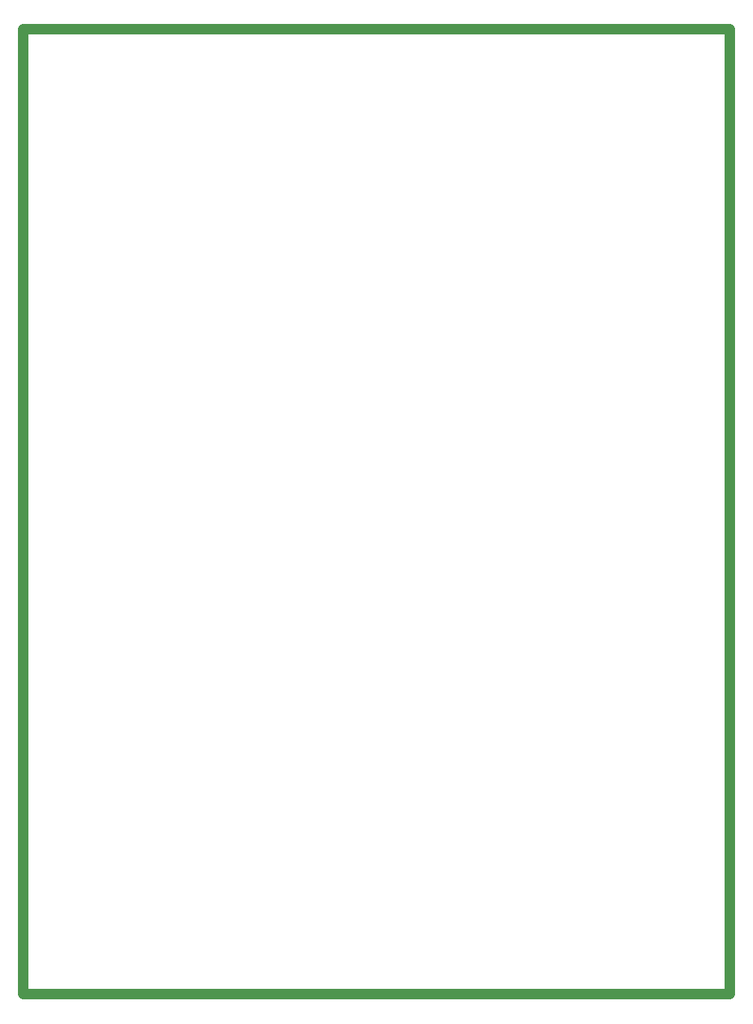
<source format=gm1>
G04*
G04 #@! TF.GenerationSoftware,Altium Limited,Altium Designer,20.1.12 (249)*
G04*
G04 Layer_Color=16711935*
%FSLAX25Y25*%
%MOIN*%
G70*
G04*
G04 #@! TF.SameCoordinates,19FB753C-3B76-4D90-9414-1966AEB0D9B2*
G04*
G04*
G04 #@! TF.FilePolarity,Positive*
G04*
G01*
G75*
%ADD31C,0.04724*%
D31*
X184000Y39500D02*
X498961D01*
Y469500D01*
X184000D02*
X498961D01*
X184000Y39500D02*
Y469500D01*
M02*

</source>
